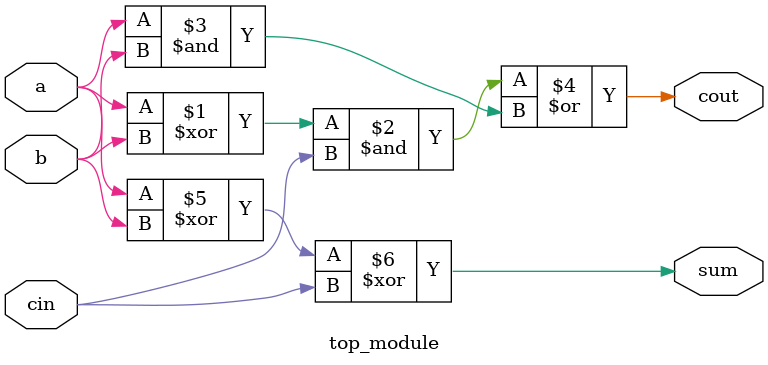
<source format=v>
module top_module( 
    input a, b, cin,
    output cout, sum );
    assign cout=(a^b)&cin | a&b;
    assign sum=a^b^cin;

endmodule

</source>
